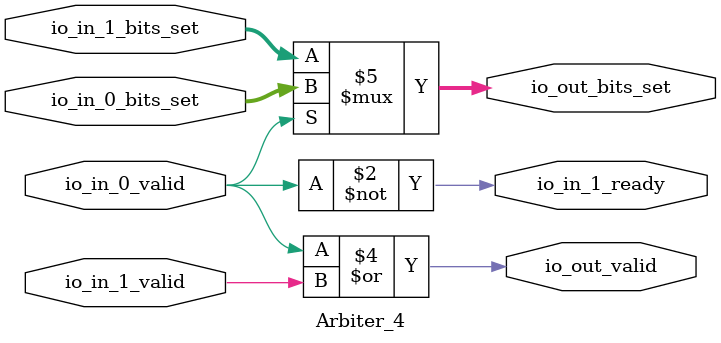
<source format=v>
module Arbiter_4(
  input        io_in_0_valid,
  input  [8:0] io_in_0_bits_set,
  output       io_in_1_ready,
  input        io_in_1_valid,
  input  [8:0] io_in_1_bits_set,
  output       io_out_valid,
  output [8:0] io_out_bits_set
);
  wire  grant_1 = ~io_in_0_valid; // @[Arbiter.scala 45:78]
  assign io_in_1_ready = ~io_in_0_valid; // @[Arbiter.scala 45:78]
  assign io_out_valid = ~grant_1 | io_in_1_valid; // @[Arbiter.scala 147:31]
  assign io_out_bits_set = io_in_0_valid ? io_in_0_bits_set : io_in_1_bits_set; // @[Arbiter.scala 136:15 138:26 140:19]
endmodule

</source>
